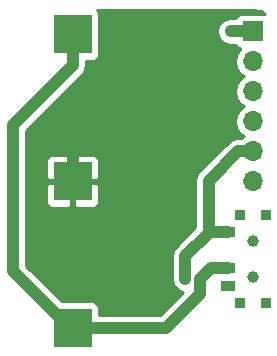
<source format=gbr>
G04 #@! TF.FileFunction,Copper,L2,Bot,Signal*
%FSLAX46Y46*%
G04 Gerber Fmt 4.6, Leading zero omitted, Abs format (unit mm)*
G04 Created by KiCad (PCBNEW 4.0.7) date 04/15/18 04:59:30*
%MOMM*%
%LPD*%
G01*
G04 APERTURE LIST*
%ADD10C,0.100000*%
%ADD11R,3.250000X3.250000*%
%ADD12R,1.700000X1.700000*%
%ADD13O,1.700000X1.700000*%
%ADD14C,1.000000*%
%ADD15R,1.250000X0.900000*%
%ADD16R,0.900000X0.900000*%
%ADD17C,0.600000*%
%ADD18C,1.000000*%
%ADD19C,0.254000*%
G04 APERTURE END LIST*
D10*
D11*
X162559999Y-104394000D03*
X162559999Y-129286000D03*
X162559999Y-116840000D03*
D12*
X177800000Y-104140000D03*
D13*
X177800000Y-106680000D03*
X177800000Y-109220000D03*
X177800000Y-111760000D03*
X177800000Y-114300000D03*
X177800000Y-116840000D03*
D14*
X177800004Y-124919998D03*
X177800004Y-121919998D03*
X177800000Y-121920000D03*
X177800000Y-124920000D03*
D15*
X175725000Y-124170000D03*
X175725000Y-125670000D03*
X175725000Y-121170000D03*
D16*
X178900000Y-119720000D03*
X176700000Y-119720000D03*
X176700000Y-127120000D03*
X178900000Y-127120000D03*
D17*
X162559999Y-114215000D03*
X172085000Y-125095000D03*
D18*
X162559999Y-116840000D02*
X162559999Y-114215000D01*
X162559999Y-104394000D02*
X162559999Y-107019000D01*
X162559999Y-107019000D02*
X157480000Y-112098999D01*
X157480000Y-112098999D02*
X157480000Y-124460000D01*
X162306000Y-129286000D02*
X162559999Y-129286000D01*
X157480000Y-124460000D02*
X162306000Y-129286000D01*
X162559999Y-129286000D02*
X170434000Y-129286000D01*
X170434000Y-129286000D02*
X173355000Y-126365000D01*
X173355000Y-125095000D02*
X174280000Y-124170000D01*
X174280000Y-124170000D02*
X175725000Y-124170000D01*
X173355000Y-126365000D02*
X173355000Y-125095000D01*
X174100000Y-119720000D02*
X174100000Y-121175000D01*
X172085000Y-123190000D02*
X172085000Y-124670736D01*
X174100000Y-121175000D02*
X172085000Y-123190000D01*
X172085000Y-124670736D02*
X172085000Y-125095000D01*
X174100000Y-119720000D02*
X174100000Y-121170000D01*
X174100000Y-121170000D02*
X175725000Y-121170000D01*
X177800000Y-114300000D02*
X176597919Y-114300000D01*
X176597919Y-114300000D02*
X174100000Y-116797919D01*
X174100000Y-116797919D02*
X174100000Y-119720000D01*
X175950000Y-104140000D02*
X177800000Y-104140000D01*
D19*
G36*
X178494989Y-102462152D02*
X178814993Y-102675972D01*
X178650000Y-102642560D01*
X176950000Y-102642560D01*
X176714683Y-102686838D01*
X176498559Y-102825910D01*
X176376192Y-103005000D01*
X175950000Y-103005000D01*
X175515654Y-103091397D01*
X175147434Y-103337434D01*
X174901397Y-103705654D01*
X174815000Y-104140000D01*
X174901397Y-104574346D01*
X175147434Y-104942566D01*
X175515654Y-105188603D01*
X175950000Y-105275000D01*
X176378808Y-105275000D01*
X176485910Y-105441441D01*
X176698110Y-105586431D01*
X176765541Y-105600086D01*
X176720853Y-105629946D01*
X176398946Y-106111715D01*
X176285907Y-106680000D01*
X176398946Y-107248285D01*
X176720853Y-107730054D01*
X177050026Y-107950000D01*
X176720853Y-108169946D01*
X176398946Y-108651715D01*
X176285907Y-109220000D01*
X176398946Y-109788285D01*
X176720853Y-110270054D01*
X177050026Y-110490000D01*
X176720853Y-110709946D01*
X176398946Y-111191715D01*
X176285907Y-111760000D01*
X176398946Y-112328285D01*
X176720853Y-112810054D01*
X177050026Y-113030000D01*
X176847984Y-113165000D01*
X176597919Y-113165000D01*
X176163573Y-113251397D01*
X175795353Y-113497434D01*
X173297434Y-115995353D01*
X173051397Y-116363573D01*
X172965000Y-116797919D01*
X172965000Y-120704868D01*
X171282434Y-122387434D01*
X171036397Y-122755654D01*
X170950000Y-123190000D01*
X170950000Y-125095000D01*
X171036397Y-125529346D01*
X171282434Y-125897566D01*
X171650654Y-126143603D01*
X171918072Y-126196796D01*
X169963868Y-128151000D01*
X164832439Y-128151000D01*
X164832439Y-127661000D01*
X164788161Y-127425683D01*
X164649089Y-127209559D01*
X164436889Y-127064569D01*
X164184999Y-127013560D01*
X161638692Y-127013560D01*
X158615000Y-123989868D01*
X158615000Y-117125750D01*
X160299999Y-117125750D01*
X160299999Y-118591309D01*
X160396672Y-118824698D01*
X160575300Y-119003327D01*
X160808689Y-119100000D01*
X162274249Y-119100000D01*
X162432999Y-118941250D01*
X162432999Y-116967000D01*
X162686999Y-116967000D01*
X162686999Y-118941250D01*
X162845749Y-119100000D01*
X164311309Y-119100000D01*
X164544698Y-119003327D01*
X164723326Y-118824698D01*
X164819999Y-118591309D01*
X164819999Y-117125750D01*
X164661249Y-116967000D01*
X162686999Y-116967000D01*
X162432999Y-116967000D01*
X160458749Y-116967000D01*
X160299999Y-117125750D01*
X158615000Y-117125750D01*
X158615000Y-115088691D01*
X160299999Y-115088691D01*
X160299999Y-116554250D01*
X160458749Y-116713000D01*
X162432999Y-116713000D01*
X162432999Y-114738750D01*
X162686999Y-114738750D01*
X162686999Y-116713000D01*
X164661249Y-116713000D01*
X164819999Y-116554250D01*
X164819999Y-115088691D01*
X164723326Y-114855302D01*
X164544698Y-114676673D01*
X164311309Y-114580000D01*
X162845749Y-114580000D01*
X162686999Y-114738750D01*
X162432999Y-114738750D01*
X162274249Y-114580000D01*
X160808689Y-114580000D01*
X160575300Y-114676673D01*
X160396672Y-114855302D01*
X160299999Y-115088691D01*
X158615000Y-115088691D01*
X158615000Y-112569131D01*
X163362565Y-107821567D01*
X163608602Y-107453346D01*
X163649391Y-107248285D01*
X163694999Y-107019000D01*
X163694999Y-106666440D01*
X164184999Y-106666440D01*
X164420316Y-106622162D01*
X164636440Y-106483090D01*
X164781430Y-106270890D01*
X164832439Y-106019000D01*
X164832439Y-102769000D01*
X164788161Y-102533683D01*
X164649089Y-102317559D01*
X164638026Y-102310000D01*
X177730069Y-102310000D01*
X178494989Y-102462152D01*
X178494989Y-102462152D01*
G37*
X178494989Y-102462152D02*
X178814993Y-102675972D01*
X178650000Y-102642560D01*
X176950000Y-102642560D01*
X176714683Y-102686838D01*
X176498559Y-102825910D01*
X176376192Y-103005000D01*
X175950000Y-103005000D01*
X175515654Y-103091397D01*
X175147434Y-103337434D01*
X174901397Y-103705654D01*
X174815000Y-104140000D01*
X174901397Y-104574346D01*
X175147434Y-104942566D01*
X175515654Y-105188603D01*
X175950000Y-105275000D01*
X176378808Y-105275000D01*
X176485910Y-105441441D01*
X176698110Y-105586431D01*
X176765541Y-105600086D01*
X176720853Y-105629946D01*
X176398946Y-106111715D01*
X176285907Y-106680000D01*
X176398946Y-107248285D01*
X176720853Y-107730054D01*
X177050026Y-107950000D01*
X176720853Y-108169946D01*
X176398946Y-108651715D01*
X176285907Y-109220000D01*
X176398946Y-109788285D01*
X176720853Y-110270054D01*
X177050026Y-110490000D01*
X176720853Y-110709946D01*
X176398946Y-111191715D01*
X176285907Y-111760000D01*
X176398946Y-112328285D01*
X176720853Y-112810054D01*
X177050026Y-113030000D01*
X176847984Y-113165000D01*
X176597919Y-113165000D01*
X176163573Y-113251397D01*
X175795353Y-113497434D01*
X173297434Y-115995353D01*
X173051397Y-116363573D01*
X172965000Y-116797919D01*
X172965000Y-120704868D01*
X171282434Y-122387434D01*
X171036397Y-122755654D01*
X170950000Y-123190000D01*
X170950000Y-125095000D01*
X171036397Y-125529346D01*
X171282434Y-125897566D01*
X171650654Y-126143603D01*
X171918072Y-126196796D01*
X169963868Y-128151000D01*
X164832439Y-128151000D01*
X164832439Y-127661000D01*
X164788161Y-127425683D01*
X164649089Y-127209559D01*
X164436889Y-127064569D01*
X164184999Y-127013560D01*
X161638692Y-127013560D01*
X158615000Y-123989868D01*
X158615000Y-117125750D01*
X160299999Y-117125750D01*
X160299999Y-118591309D01*
X160396672Y-118824698D01*
X160575300Y-119003327D01*
X160808689Y-119100000D01*
X162274249Y-119100000D01*
X162432999Y-118941250D01*
X162432999Y-116967000D01*
X162686999Y-116967000D01*
X162686999Y-118941250D01*
X162845749Y-119100000D01*
X164311309Y-119100000D01*
X164544698Y-119003327D01*
X164723326Y-118824698D01*
X164819999Y-118591309D01*
X164819999Y-117125750D01*
X164661249Y-116967000D01*
X162686999Y-116967000D01*
X162432999Y-116967000D01*
X160458749Y-116967000D01*
X160299999Y-117125750D01*
X158615000Y-117125750D01*
X158615000Y-115088691D01*
X160299999Y-115088691D01*
X160299999Y-116554250D01*
X160458749Y-116713000D01*
X162432999Y-116713000D01*
X162432999Y-114738750D01*
X162686999Y-114738750D01*
X162686999Y-116713000D01*
X164661249Y-116713000D01*
X164819999Y-116554250D01*
X164819999Y-115088691D01*
X164723326Y-114855302D01*
X164544698Y-114676673D01*
X164311309Y-114580000D01*
X162845749Y-114580000D01*
X162686999Y-114738750D01*
X162432999Y-114738750D01*
X162274249Y-114580000D01*
X160808689Y-114580000D01*
X160575300Y-114676673D01*
X160396672Y-114855302D01*
X160299999Y-115088691D01*
X158615000Y-115088691D01*
X158615000Y-112569131D01*
X163362565Y-107821567D01*
X163608602Y-107453346D01*
X163649391Y-107248285D01*
X163694999Y-107019000D01*
X163694999Y-106666440D01*
X164184999Y-106666440D01*
X164420316Y-106622162D01*
X164636440Y-106483090D01*
X164781430Y-106270890D01*
X164832439Y-106019000D01*
X164832439Y-102769000D01*
X164788161Y-102533683D01*
X164649089Y-102317559D01*
X164638026Y-102310000D01*
X177730069Y-102310000D01*
X178494989Y-102462152D01*
M02*

</source>
